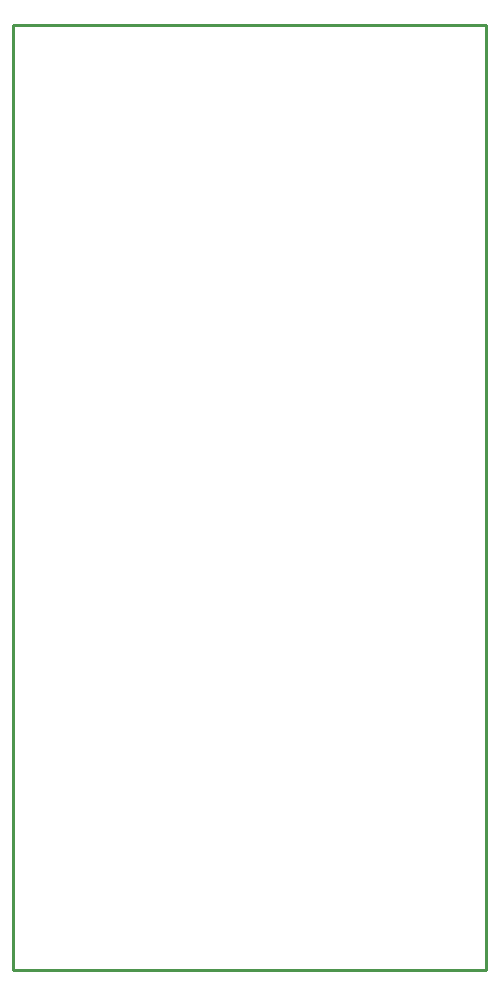
<source format=gbr>
G04 (created by PCBNEW (2013-mar-13)-testing) date Wed 23 Jul 2014 10:48:42 AM PDT*
%MOIN*%
G04 Gerber Fmt 3.4, Leading zero omitted, Abs format*
%FSLAX34Y34*%
G01*
G70*
G90*
G04 APERTURE LIST*
%ADD10C,0.005906*%
%ADD11C,0.009843*%
G04 APERTURE END LIST*
G54D10*
G54D11*
X19685Y-51181D02*
X35433Y-51181D01*
X35433Y-19685D02*
X35433Y-51181D01*
X19685Y-19685D02*
X35433Y-19685D01*
X19685Y-19685D02*
X19685Y-51181D01*
M02*

</source>
